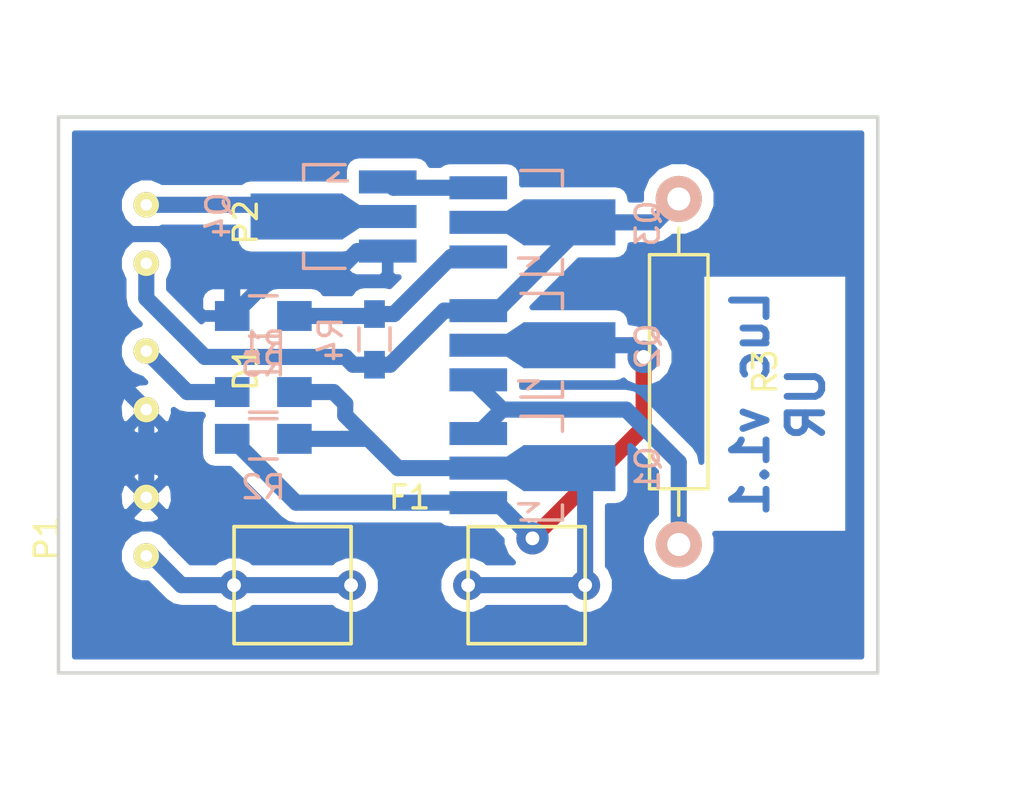
<source format=kicad_pcb>
(kicad_pcb (version 4) (host pcbnew 4.0.2+e4-6225~38~ubuntu15.10.1-stable)

  (general
    (links 30)
    (no_connects 0)
    (area 114.3 39.37 158.750001 73.660001)
    (thickness 1.6)
    (drawings 5)
    (tracks 74)
    (zones 0)
    (modules 13)
    (nets 11)
  )

  (page A4)
  (layers
    (0 F.Cu signal)
    (31 B.Cu signal)
    (32 B.Adhes user)
    (33 F.Adhes user)
    (34 B.Paste user)
    (35 F.Paste user)
    (36 B.SilkS user)
    (37 F.SilkS user)
    (38 B.Mask user)
    (39 F.Mask user)
    (40 Dwgs.User user)
    (41 Cmts.User user)
    (42 Eco1.User user)
    (43 Eco2.User user)
    (44 Edge.Cuts user)
    (45 Margin user)
    (46 B.CrtYd user)
    (47 F.CrtYd user)
    (48 B.Fab user)
    (49 F.Fab user)
  )

  (setup
    (last_trace_width 0.7)
    (user_trace_width 0.2)
    (user_trace_width 0.3)
    (user_trace_width 0.7)
    (trace_clearance 0.2)
    (zone_clearance 0.508)
    (zone_45_only no)
    (trace_min 0.2)
    (segment_width 0.2)
    (edge_width 0.15)
    (via_size 0.6)
    (via_drill 0.4)
    (via_min_size 0.4)
    (via_min_drill 0.3)
    (user_via 1.4 0.6)
    (uvia_size 0.3)
    (uvia_drill 0.1)
    (uvias_allowed no)
    (uvia_min_size 0.2)
    (uvia_min_drill 0.1)
    (pcb_text_width 0.3)
    (pcb_text_size 1.5 1.5)
    (mod_edge_width 0.15)
    (mod_text_size 1 1)
    (mod_text_width 0.15)
    (pad_size 1.524 1.524)
    (pad_drill 0.762)
    (pad_to_mask_clearance 0.2)
    (aux_axis_origin 116.84 68.58)
    (visible_elements FFFFFF1F)
    (pcbplotparams
      (layerselection 0x01000_80000001)
      (usegerberextensions false)
      (excludeedgelayer true)
      (linewidth 0.100000)
      (plotframeref false)
      (viasonmask false)
      (mode 1)
      (useauxorigin true)
      (hpglpennumber 1)
      (hpglpenspeed 20)
      (hpglpendiameter 15)
      (hpglpenoverlay 2)
      (psnegative false)
      (psa4output false)
      (plotreference true)
      (plotvalue true)
      (plotinvisibletext false)
      (padsonsilk false)
      (subtractmaskfromsilk false)
      (outputformat 1)
      (mirror false)
      (drillshape 0)
      (scaleselection 1)
      (outputdirectory Gerber))
  )

  (net 0 "")
  (net 1 GND)
  (net 2 "Net-(D1-Pad2)")
  (net 3 "Net-(F1-Pad2)")
  (net 4 "Net-(F1-Pad1)")
  (net 5 "Net-(P2-Pad1)")
  (net 6 "Net-(P2-Pad2)")
  (net 7 "Net-(Q1-Pad1)")
  (net 8 "Net-(Q1-Pad3)")
  (net 9 "Net-(Q3-Pad1)")
  (net 10 "Net-(Q3-Pad3)")

  (net_class Default "This is the default net class."
    (clearance 0.2)
    (trace_width 0.25)
    (via_dia 0.6)
    (via_drill 0.4)
    (uvia_dia 0.3)
    (uvia_drill 0.1)
    (add_net GND)
    (add_net "Net-(D1-Pad2)")
    (add_net "Net-(F1-Pad1)")
    (add_net "Net-(F1-Pad2)")
    (add_net "Net-(P2-Pad1)")
    (add_net "Net-(P2-Pad2)")
    (add_net "Net-(Q1-Pad1)")
    (add_net "Net-(Q1-Pad3)")
    (add_net "Net-(Q3-Pad1)")
    (add_net "Net-(Q3-Pad3)")
  )

  (module luc_ivo:SOT89-3_Housing_Handsoldering (layer B.Cu) (tedit 0) (tstamp 58408F04)
    (at 137.414 59.69 90)
    (descr "SOT89-3, Housing, Handsoldering,")
    (tags "SOT89-3, Housing, Handsoldering,")
    (path /583FF3A9)
    (attr smd)
    (fp_text reference Q1 (at -0.0508 5.00126 90) (layer B.SilkS)
      (effects (font (size 1 1) (thickness 0.15)) (justify mirror))
    )
    (fp_text value Q_NPN_BCE (at -0.14986 -5.30098 90) (layer B.Fab)
      (effects (font (size 1 1) (thickness 0.15)) (justify mirror))
    )
    (fp_line (start -1.89992 -0.20066) (end -1.651 0.09906) (layer B.SilkS) (width 0.15))
    (fp_line (start -1.651 0.09906) (end -1.5494 0.24892) (layer B.SilkS) (width 0.15))
    (fp_line (start -1.5494 0.24892) (end -1.5494 -0.59944) (layer B.SilkS) (width 0.15))
    (fp_line (start -2.25044 1.30048) (end -2.25044 -0.50038) (layer B.SilkS) (width 0.15))
    (fp_line (start -2.25044 1.30048) (end -1.6002 1.30048) (layer B.SilkS) (width 0.15))
    (fp_line (start 2.25044 1.30048) (end 2.25044 -0.50038) (layer B.SilkS) (width 0.15))
    (fp_line (start 2.25044 1.30048) (end 1.6002 1.30048) (layer B.SilkS) (width 0.15))
    (pad 1 smd rect (at -1.50114 -2.35204 90) (size 1.00076 2.5019) (layers B.Cu B.Paste B.Mask)
      (net 7 "Net-(Q1-Pad1)"))
    (pad 2 smd rect (at 0 -2.35204 90) (size 1.00076 2.5019) (layers B.Cu B.Paste B.Mask)
      (net 3 "Net-(F1-Pad2)"))
    (pad 3 smd rect (at 1.50114 -2.35204 90) (size 1.00076 2.5019) (layers B.Cu B.Paste B.Mask)
      (net 8 "Net-(Q1-Pad3)"))
    (pad 2 smd rect (at 0 1.6002 90) (size 1.99898 4.0005) (layers B.Cu B.Paste B.Mask)
      (net 3 "Net-(F1-Pad2)"))
    (pad 2 smd trapezoid (at 0 -0.7493 270) (size 1.50114 0.7493) (rect_delta 0 -0.50038 ) (layers B.Cu B.Paste B.Mask)
      (net 3 "Net-(F1-Pad2)"))
    (model TO_SOT_Packages_SMD.3dshapes/SOT89-3_Housing_Handsoldering.wrl
      (at (xyz 0 0 0))
      (scale (xyz 0.3937 0.3937 0.3937))
      (rotate (xyz 0 0 0))
    )
  )

  (module luc_ivo:Conector_holes_2.54 (layer F.Cu) (tedit 5840166E) (tstamp 58408EC8)
    (at 120.65 55.88 90)
    (path /583FF267)
    (fp_text reference D1 (at 0.508 4.318 90) (layer F.SilkS)
      (effects (font (size 1 1) (thickness 0.15)))
    )
    (fp_text value Led_Small (at 0.254 2.54 90) (layer F.Fab)
      (effects (font (size 1 1) (thickness 0.15)))
    )
    (pad 1 thru_hole circle (at -1.27 0 90) (size 1.1 1.1) (drill 0.5) (layers *.Cu *.Mask F.SilkS)
      (net 1 GND))
    (pad 2 thru_hole circle (at 1.27 0 90) (size 1.1 1.1) (drill 0.5) (layers *.Cu *.Mask F.SilkS)
      (net 2 "Net-(D1-Pad2)"))
  )

  (module luc_ivo:Fuseholder_Fuse_5x15 (layer F.Cu) (tedit 583FF634) (tstamp 58408EE8)
    (at 132.08 64.77)
    (descr "Fuse, Fuseholder, TR5, Littlefuse/Wickmann, No. 460, No560,")
    (tags "Fuse, Fuseholder, TR5, Littlefuse/Wickmann, No. 460, No560,")
    (path /583FF218)
    (fp_text reference F1 (at 0 -3.81) (layer F.SilkS)
      (effects (font (size 1 1) (thickness 0.15)))
    )
    (fp_text value Fuse (at 0.254 4.318) (layer F.Fab) hide
      (effects (font (size 1 1) (thickness 0.15)))
    )
    (fp_line (start 2.54 2.54) (end 2.54 0) (layer F.SilkS) (width 0.15))
    (fp_line (start 7.62 2.54) (end 2.54 2.54) (layer F.SilkS) (width 0.15))
    (fp_line (start 7.62 0) (end 7.62 2.54) (layer F.SilkS) (width 0.15))
    (fp_line (start 7.62 -2.54) (end 7.62 0) (layer F.SilkS) (width 0.15))
    (fp_line (start 2.54 -2.54) (end 7.62 -2.54) (layer F.SilkS) (width 0.15))
    (fp_line (start 2.54 0) (end 2.54 -2.54) (layer F.SilkS) (width 0.15))
    (fp_line (start 2.54 0) (end 2.54 -2.54) (layer F.SilkS) (width 0.15))
    (fp_line (start 2.54 -2.54) (end 7.62 -2.54) (layer F.SilkS) (width 0.15))
    (fp_line (start 7.62 -2.54) (end 7.62 0) (layer F.SilkS) (width 0.15))
    (fp_line (start 7.62 0) (end 7.62 2.54) (layer F.SilkS) (width 0.15))
    (fp_line (start 7.62 2.54) (end 2.54 2.54) (layer F.SilkS) (width 0.15))
    (fp_line (start 2.54 2.54) (end 2.54 0) (layer F.SilkS) (width 0.15))
    (fp_line (start -7.62 2.54) (end -7.62 0) (layer F.SilkS) (width 0.15))
    (fp_line (start -2.54 2.54) (end -7.62 2.54) (layer F.SilkS) (width 0.15))
    (fp_line (start -2.54 0) (end -2.54 2.54) (layer F.SilkS) (width 0.15))
    (fp_line (start -2.54 -2.54) (end -2.54 0) (layer F.SilkS) (width 0.15))
    (fp_line (start -7.62 -2.54) (end -2.54 -2.54) (layer F.SilkS) (width 0.15))
    (fp_line (start -7.62 0) (end -7.62 -2.54) (layer F.SilkS) (width 0.15))
    (fp_line (start -7.62 0) (end -7.62 -2.54) (layer F.SilkS) (width 0.15))
    (fp_line (start -7.62 -2.54) (end -2.54 -2.54) (layer F.SilkS) (width 0.15))
    (fp_line (start -2.54 -2.54) (end -2.54 0) (layer F.SilkS) (width 0.15))
    (fp_line (start -2.54 0) (end -2.54 2.54) (layer F.SilkS) (width 0.15))
    (fp_line (start -2.54 2.54) (end -7.62 2.54) (layer F.SilkS) (width 0.15))
    (fp_line (start -7.62 2.54) (end -7.62 0) (layer F.SilkS) (width 0.15))
    (pad 2 thru_hole circle (at 7.62 0) (size 1.3 1.3) (drill 0.6) (layers *.Cu *.Mask)
      (net 3 "Net-(F1-Pad2)"))
    (pad 2 thru_hole circle (at 2.54 0) (size 1.3 1.3) (drill 0.6) (layers *.Cu *.Mask)
      (net 3 "Net-(F1-Pad2)"))
    (pad 1 thru_hole circle (at -7.62 0) (size 1.3 1.3) (drill 0.6) (layers *.Cu *.Mask)
      (net 4 "Net-(F1-Pad1)"))
    (pad 1 thru_hole circle (at -2.54 0) (size 1.3 1.3) (drill 0.6) (layers *.Cu *.Mask)
      (net 4 "Net-(F1-Pad1)"))
  )

  (module luc_ivo:Conector_holes_2.54 (layer F.Cu) (tedit 5840166E) (tstamp 58408EEE)
    (at 120.65 62.23 270)
    (path /583FF18B)
    (fp_text reference P1 (at 0.508 4.318 270) (layer F.SilkS)
      (effects (font (size 1 1) (thickness 0.15)))
    )
    (fp_text value CONN_01X02 (at 0.254 2.54 270) (layer F.Fab)
      (effects (font (size 1 1) (thickness 0.15)))
    )
    (pad 1 thru_hole circle (at -1.27 0 270) (size 1.1 1.1) (drill 0.5) (layers *.Cu *.Mask F.SilkS)
      (net 1 GND))
    (pad 2 thru_hole circle (at 1.27 0 270) (size 1.1 1.1) (drill 0.5) (layers *.Cu *.Mask F.SilkS)
      (net 4 "Net-(F1-Pad1)"))
  )

  (module luc_ivo:Conector_holes_2.54 (layer F.Cu) (tedit 5840166E) (tstamp 58408EF4)
    (at 120.65 49.53 90)
    (path /583FF772)
    (fp_text reference P2 (at 0.508 4.318 90) (layer F.SilkS)
      (effects (font (size 1 1) (thickness 0.15)))
    )
    (fp_text value CONN_01X02 (at 0.254 2.54 90) (layer F.Fab)
      (effects (font (size 1 1) (thickness 0.15)))
    )
    (pad 1 thru_hole circle (at -1.27 0 90) (size 1.1 1.1) (drill 0.5) (layers *.Cu *.Mask F.SilkS)
      (net 5 "Net-(P2-Pad1)"))
    (pad 2 thru_hole circle (at 1.27 0 90) (size 1.1 1.1) (drill 0.5) (layers *.Cu *.Mask F.SilkS)
      (net 6 "Net-(P2-Pad2)"))
  )

  (module luc_ivo:SOT89-3_Housing_Handsoldering (layer B.Cu) (tedit 0) (tstamp 58408F14)
    (at 137.414 54.356 90)
    (descr "SOT89-3, Housing, Handsoldering,")
    (tags "SOT89-3, Housing, Handsoldering,")
    (path /583FF41A)
    (attr smd)
    (fp_text reference Q2 (at -0.0508 5.00126 90) (layer B.SilkS)
      (effects (font (size 1 1) (thickness 0.15)) (justify mirror))
    )
    (fp_text value Q_NPN_BCE (at -0.14986 -5.30098 90) (layer B.Fab)
      (effects (font (size 1 1) (thickness 0.15)) (justify mirror))
    )
    (fp_line (start -1.89992 -0.20066) (end -1.651 0.09906) (layer B.SilkS) (width 0.15))
    (fp_line (start -1.651 0.09906) (end -1.5494 0.24892) (layer B.SilkS) (width 0.15))
    (fp_line (start -1.5494 0.24892) (end -1.5494 -0.59944) (layer B.SilkS) (width 0.15))
    (fp_line (start -2.25044 1.30048) (end -2.25044 -0.50038) (layer B.SilkS) (width 0.15))
    (fp_line (start -2.25044 1.30048) (end -1.6002 1.30048) (layer B.SilkS) (width 0.15))
    (fp_line (start 2.25044 1.30048) (end 2.25044 -0.50038) (layer B.SilkS) (width 0.15))
    (fp_line (start 2.25044 1.30048) (end 1.6002 1.30048) (layer B.SilkS) (width 0.15))
    (pad 1 smd rect (at -1.50114 -2.35204 90) (size 1.00076 2.5019) (layers B.Cu B.Paste B.Mask)
      (net 8 "Net-(Q1-Pad3)"))
    (pad 2 smd rect (at 0 -2.35204 90) (size 1.00076 2.5019) (layers B.Cu B.Paste B.Mask)
      (net 7 "Net-(Q1-Pad1)"))
    (pad 3 smd rect (at 1.50114 -2.35204 90) (size 1.00076 2.5019) (layers B.Cu B.Paste B.Mask)
      (net 5 "Net-(P2-Pad1)"))
    (pad 2 smd rect (at 0 1.6002 90) (size 1.99898 4.0005) (layers B.Cu B.Paste B.Mask)
      (net 7 "Net-(Q1-Pad1)"))
    (pad 2 smd trapezoid (at 0 -0.7493 270) (size 1.50114 0.7493) (rect_delta 0 -0.50038 ) (layers B.Cu B.Paste B.Mask)
      (net 7 "Net-(Q1-Pad1)"))
    (model TO_SOT_Packages_SMD.3dshapes/SOT89-3_Housing_Handsoldering.wrl
      (at (xyz 0 0 0))
      (scale (xyz 0.3937 0.3937 0.3937))
      (rotate (xyz 0 0 0))
    )
  )

  (module luc_ivo:SOT89-3_Housing_Handsoldering (layer B.Cu) (tedit 0) (tstamp 58408F24)
    (at 137.414 49.022 90)
    (descr "SOT89-3, Housing, Handsoldering,")
    (tags "SOT89-3, Housing, Handsoldering,")
    (path /583FF687)
    (attr smd)
    (fp_text reference Q3 (at -0.0508 5.00126 90) (layer B.SilkS)
      (effects (font (size 1 1) (thickness 0.15)) (justify mirror))
    )
    (fp_text value Q_NPN_BCE (at -0.14986 -5.30098 90) (layer B.Fab)
      (effects (font (size 1 1) (thickness 0.15)) (justify mirror))
    )
    (fp_line (start -1.89992 -0.20066) (end -1.651 0.09906) (layer B.SilkS) (width 0.15))
    (fp_line (start -1.651 0.09906) (end -1.5494 0.24892) (layer B.SilkS) (width 0.15))
    (fp_line (start -1.5494 0.24892) (end -1.5494 -0.59944) (layer B.SilkS) (width 0.15))
    (fp_line (start -2.25044 1.30048) (end -2.25044 -0.50038) (layer B.SilkS) (width 0.15))
    (fp_line (start -2.25044 1.30048) (end -1.6002 1.30048) (layer B.SilkS) (width 0.15))
    (fp_line (start 2.25044 1.30048) (end 2.25044 -0.50038) (layer B.SilkS) (width 0.15))
    (fp_line (start 2.25044 1.30048) (end 1.6002 1.30048) (layer B.SilkS) (width 0.15))
    (pad 1 smd rect (at -1.50114 -2.35204 90) (size 1.00076 2.5019) (layers B.Cu B.Paste B.Mask)
      (net 9 "Net-(Q3-Pad1)"))
    (pad 2 smd rect (at 0 -2.35204 90) (size 1.00076 2.5019) (layers B.Cu B.Paste B.Mask)
      (net 5 "Net-(P2-Pad1)"))
    (pad 3 smd rect (at 1.50114 -2.35204 90) (size 1.00076 2.5019) (layers B.Cu B.Paste B.Mask)
      (net 10 "Net-(Q3-Pad3)"))
    (pad 2 smd rect (at 0 1.6002 90) (size 1.99898 4.0005) (layers B.Cu B.Paste B.Mask)
      (net 5 "Net-(P2-Pad1)"))
    (pad 2 smd trapezoid (at 0 -0.7493 270) (size 1.50114 0.7493) (rect_delta 0 -0.50038 ) (layers B.Cu B.Paste B.Mask)
      (net 5 "Net-(P2-Pad1)"))
    (model TO_SOT_Packages_SMD.3dshapes/SOT89-3_Housing_Handsoldering.wrl
      (at (xyz 0 0 0))
      (scale (xyz 0.3937 0.3937 0.3937))
      (rotate (xyz 0 0 0))
    )
  )

  (module luc_ivo:SOT89-3_Housing_Handsoldering (layer B.Cu) (tedit 0) (tstamp 58408F34)
    (at 128.778 48.768 270)
    (descr "SOT89-3, Housing, Handsoldering,")
    (tags "SOT89-3, Housing, Handsoldering,")
    (path /583FF710)
    (attr smd)
    (fp_text reference Q4 (at -0.0508 5.00126 270) (layer B.SilkS)
      (effects (font (size 1 1) (thickness 0.15)) (justify mirror))
    )
    (fp_text value Q_NPN_BCE (at -0.14986 -5.30098 270) (layer B.Fab)
      (effects (font (size 1 1) (thickness 0.15)) (justify mirror))
    )
    (fp_line (start -1.89992 -0.20066) (end -1.651 0.09906) (layer B.SilkS) (width 0.15))
    (fp_line (start -1.651 0.09906) (end -1.5494 0.24892) (layer B.SilkS) (width 0.15))
    (fp_line (start -1.5494 0.24892) (end -1.5494 -0.59944) (layer B.SilkS) (width 0.15))
    (fp_line (start -2.25044 1.30048) (end -2.25044 -0.50038) (layer B.SilkS) (width 0.15))
    (fp_line (start -2.25044 1.30048) (end -1.6002 1.30048) (layer B.SilkS) (width 0.15))
    (fp_line (start 2.25044 1.30048) (end 2.25044 -0.50038) (layer B.SilkS) (width 0.15))
    (fp_line (start 2.25044 1.30048) (end 1.6002 1.30048) (layer B.SilkS) (width 0.15))
    (pad 1 smd rect (at -1.50114 -2.35204 270) (size 1.00076 2.5019) (layers B.Cu B.Paste B.Mask)
      (net 10 "Net-(Q3-Pad3)"))
    (pad 2 smd rect (at 0 -2.35204 270) (size 1.00076 2.5019) (layers B.Cu B.Paste B.Mask)
      (net 6 "Net-(P2-Pad2)"))
    (pad 3 smd rect (at 1.50114 -2.35204 270) (size 1.00076 2.5019) (layers B.Cu B.Paste B.Mask)
      (net 1 GND))
    (pad 2 smd rect (at 0 1.6002 270) (size 1.99898 4.0005) (layers B.Cu B.Paste B.Mask)
      (net 6 "Net-(P2-Pad2)"))
    (pad 2 smd trapezoid (at 0 -0.7493 90) (size 1.50114 0.7493) (rect_delta 0 -0.50038 ) (layers B.Cu B.Paste B.Mask)
      (net 6 "Net-(P2-Pad2)"))
    (model TO_SOT_Packages_SMD.3dshapes/SOT89-3_Housing_Handsoldering.wrl
      (at (xyz 0 0 0))
      (scale (xyz 0.3937 0.3937 0.3937))
      (rotate (xyz 0 0 0))
    )
  )

  (module luc_ivo:R_0805_HandSoldering (layer B.Cu) (tedit 54189DEE) (tstamp 58408F40)
    (at 125.73 56.388 180)
    (descr "Resistor SMD 0805, hand soldering")
    (tags "resistor 0805")
    (path /583FF306)
    (attr smd)
    (fp_text reference R1 (at 0 2.1 180) (layer B.SilkS)
      (effects (font (size 1 1) (thickness 0.15)) (justify mirror))
    )
    (fp_text value 900 (at 0 -2.1 180) (layer B.Fab)
      (effects (font (size 1 1) (thickness 0.15)) (justify mirror))
    )
    (fp_line (start -2.4 1) (end 2.4 1) (layer B.CrtYd) (width 0.05))
    (fp_line (start -2.4 -1) (end 2.4 -1) (layer B.CrtYd) (width 0.05))
    (fp_line (start -2.4 1) (end -2.4 -1) (layer B.CrtYd) (width 0.05))
    (fp_line (start 2.4 1) (end 2.4 -1) (layer B.CrtYd) (width 0.05))
    (fp_line (start 0.6 -0.875) (end -0.6 -0.875) (layer B.SilkS) (width 0.15))
    (fp_line (start -0.6 0.875) (end 0.6 0.875) (layer B.SilkS) (width 0.15))
    (pad 1 smd rect (at -1.35 0 180) (size 1.5 1.3) (layers B.Cu B.Paste B.Mask)
      (net 3 "Net-(F1-Pad2)"))
    (pad 2 smd rect (at 1.35 0 180) (size 1.5 1.3) (layers B.Cu B.Paste B.Mask)
      (net 2 "Net-(D1-Pad2)"))
    (model Resistors_SMD.3dshapes/R_0805_HandSoldering.wrl
      (at (xyz 0 0 0))
      (scale (xyz 1 1 1))
      (rotate (xyz 0 0 0))
    )
  )

  (module luc_ivo:R_0603_HandSoldering (layer B.Cu) (tedit 58307AEF) (tstamp 58408F50)
    (at 130.556 54.102 270)
    (descr "Resistor SMD 0603, hand soldering")
    (tags "resistor 0603")
    (path /583FF365)
    (attr smd)
    (fp_text reference R4 (at 0 1.9 270) (layer B.SilkS)
      (effects (font (size 1 1) (thickness 0.15)) (justify mirror))
    )
    (fp_text value 50 (at 0 -1.9 270) (layer B.Fab)
      (effects (font (size 1 1) (thickness 0.15)) (justify mirror))
    )
    (fp_line (start -0.8 -0.4) (end -0.8 0.4) (layer B.Fab) (width 0.1))
    (fp_line (start 0.8 -0.4) (end -0.8 -0.4) (layer B.Fab) (width 0.1))
    (fp_line (start 0.8 0.4) (end 0.8 -0.4) (layer B.Fab) (width 0.1))
    (fp_line (start -0.8 0.4) (end 0.8 0.4) (layer B.Fab) (width 0.1))
    (fp_line (start -2 0.8) (end 2 0.8) (layer B.CrtYd) (width 0.05))
    (fp_line (start -2 -0.8) (end 2 -0.8) (layer B.CrtYd) (width 0.05))
    (fp_line (start -2 0.8) (end -2 -0.8) (layer B.CrtYd) (width 0.05))
    (fp_line (start 2 0.8) (end 2 -0.8) (layer B.CrtYd) (width 0.05))
    (fp_line (start 0.5 -0.675) (end -0.5 -0.675) (layer B.SilkS) (width 0.15))
    (fp_line (start -0.5 0.675) (end 0.5 0.675) (layer B.SilkS) (width 0.15))
    (pad 1 smd rect (at -1.1 0 270) (size 1.2 0.9) (layers B.Cu B.Paste B.Mask)
      (net 9 "Net-(Q3-Pad1)"))
    (pad 2 smd rect (at 1.1 0 270) (size 1.2 0.9) (layers B.Cu B.Paste B.Mask)
      (net 5 "Net-(P2-Pad1)"))
    (model Resistors_SMD.3dshapes/R_0603_HandSoldering.wrl
      (at (xyz 0 0 0))
      (scale (xyz 1 1 1))
      (rotate (xyz 0 0 0))
    )
  )

  (module luc_ivo:R_0805_HandSoldering (layer B.Cu) (tedit 54189DEE) (tstamp 58408F5C)
    (at 125.73 53.086)
    (descr "Resistor SMD 0805, hand soldering")
    (tags "resistor 0805")
    (path /583FF61D)
    (attr smd)
    (fp_text reference R5 (at 0 2.1) (layer B.SilkS)
      (effects (font (size 1 1) (thickness 0.15)) (justify mirror))
    )
    (fp_text value 550 (at 0 -2.1) (layer B.Fab)
      (effects (font (size 1 1) (thickness 0.15)) (justify mirror))
    )
    (fp_line (start -2.4 1) (end 2.4 1) (layer B.CrtYd) (width 0.05))
    (fp_line (start -2.4 -1) (end 2.4 -1) (layer B.CrtYd) (width 0.05))
    (fp_line (start -2.4 1) (end -2.4 -1) (layer B.CrtYd) (width 0.05))
    (fp_line (start 2.4 1) (end 2.4 -1) (layer B.CrtYd) (width 0.05))
    (fp_line (start 0.6 -0.875) (end -0.6 -0.875) (layer B.SilkS) (width 0.15))
    (fp_line (start -0.6 0.875) (end 0.6 0.875) (layer B.SilkS) (width 0.15))
    (pad 1 smd rect (at -1.35 0) (size 1.5 1.3) (layers B.Cu B.Paste B.Mask)
      (net 1 GND))
    (pad 2 smd rect (at 1.35 0) (size 1.5 1.3) (layers B.Cu B.Paste B.Mask)
      (net 9 "Net-(Q3-Pad1)"))
    (model Resistors_SMD.3dshapes/R_0805_HandSoldering.wrl
      (at (xyz 0 0 0))
      (scale (xyz 1 1 1))
      (rotate (xyz 0 0 0))
    )
  )

  (module luc_ivo:R_0805_HandSoldering (layer B.Cu) (tedit 54189DEE) (tstamp 584097A5)
    (at 125.73 58.42)
    (descr "Resistor SMD 0805, hand soldering")
    (tags "resistor 0805")
    (path /583FF4D6)
    (attr smd)
    (fp_text reference R2 (at 0 2.1) (layer B.SilkS)
      (effects (font (size 1 1) (thickness 0.15)) (justify mirror))
    )
    (fp_text value 330 (at 0 -2.1) (layer B.Fab)
      (effects (font (size 1 1) (thickness 0.15)) (justify mirror))
    )
    (fp_line (start -2.4 1) (end 2.4 1) (layer B.CrtYd) (width 0.05))
    (fp_line (start -2.4 -1) (end 2.4 -1) (layer B.CrtYd) (width 0.05))
    (fp_line (start -2.4 1) (end -2.4 -1) (layer B.CrtYd) (width 0.05))
    (fp_line (start 2.4 1) (end 2.4 -1) (layer B.CrtYd) (width 0.05))
    (fp_line (start 0.6 -0.875) (end -0.6 -0.875) (layer B.SilkS) (width 0.15))
    (fp_line (start -0.6 0.875) (end 0.6 0.875) (layer B.SilkS) (width 0.15))
    (pad 1 smd rect (at -1.35 0) (size 1.5 1.3) (layers B.Cu B.Paste B.Mask)
      (net 7 "Net-(Q1-Pad1)"))
    (pad 2 smd rect (at 1.35 0) (size 1.5 1.3) (layers B.Cu B.Paste B.Mask)
      (net 3 "Net-(F1-Pad2)"))
    (model Resistors_SMD.3dshapes/R_0805_HandSoldering.wrl
      (at (xyz 0 0 0))
      (scale (xyz 1 1 1))
      (rotate (xyz 0 0 0))
    )
  )

  (module luc_ivo:Resistor_Horizontal_RM15mm (layer F.Cu) (tedit 569FCEE8) (tstamp 584097B5)
    (at 143.764 48.006 270)
    (descr "Resistor, Axial, RM 15mm,")
    (tags "Resistor Axial RM 15mm")
    (path /583FF480)
    (fp_text reference R3 (at 7.5 -3.74904 270) (layer F.SilkS)
      (effects (font (size 1 1) (thickness 0.15)))
    )
    (fp_text value "2.24 1W" (at 7.5 4.0005 270) (layer F.Fab)
      (effects (font (size 1 1) (thickness 0.15)))
    )
    (fp_line (start -1.25 1.5) (end -1.25 -1.5) (layer F.CrtYd) (width 0.05))
    (fp_line (start -1.25 -1.5) (end 16.25 -1.5) (layer F.CrtYd) (width 0.05))
    (fp_line (start 16.25 -1.5) (end 16.25 1.5) (layer F.CrtYd) (width 0.05))
    (fp_line (start 16.25 1.5) (end -1.25 1.5) (layer F.CrtYd) (width 0.05))
    (fp_line (start 2.42 -1.27) (end 2.42 1.27) (layer F.SilkS) (width 0.15))
    (fp_line (start 2.42 1.27) (end 12.58 1.27) (layer F.SilkS) (width 0.15))
    (fp_line (start 12.58 1.27) (end 12.58 -1.27) (layer F.SilkS) (width 0.15))
    (fp_line (start 12.58 -1.27) (end 2.42 -1.27) (layer F.SilkS) (width 0.15))
    (fp_line (start 13.73 0) (end 12.58 0) (layer F.SilkS) (width 0.15))
    (fp_line (start 1.27 0) (end 2.42 0) (layer F.SilkS) (width 0.15))
    (pad 1 thru_hole circle (at 0 0 270) (size 1.99898 1.99898) (drill 1.00076) (layers *.Cu *.SilkS *.Mask)
      (net 5 "Net-(P2-Pad1)"))
    (pad 2 thru_hole circle (at 15 0 270) (size 1.99898 1.99898) (drill 1.00076) (layers *.Cu *.SilkS *.Mask)
      (net 8 "Net-(Q1-Pad3)"))
    (model Resistors_ThroughHole.3dshapes/Resistor_Horizontal_RM15mm.wrl
      (at (xyz 0.295 0 0))
      (scale (xyz 0.395 0.4 0.4))
      (rotate (xyz 0 0 0))
    )
  )

  (gr_line (start 152.4 44.45) (end 116.84 44.45) (angle 90) (layer Edge.Cuts) (width 0.15))
  (gr_line (start 152.4 68.58) (end 152.4 44.45) (angle 90) (layer Edge.Cuts) (width 0.15))
  (gr_line (start 116.84 68.58) (end 152.4 68.58) (angle 90) (layer Edge.Cuts) (width 0.15))
  (gr_text "Luc v1.1\nUR" (at 148.082 56.896 90) (layer B.Cu)
    (effects (font (size 1.5 1.5) (thickness 0.3)) (justify mirror))
  )
  (gr_line (start 116.84 44.45) (end 116.84 68.58) (angle 90) (layer Edge.Cuts) (width 0.15))

  (segment (start 120.65 57.15) (end 120.65 60.96) (width 0.7) (layer B.Cu) (net 1))
  (segment (start 124.38 53.086) (end 124.38 51.482) (width 0.7) (layer B.Cu) (net 1))
  (segment (start 118.872 55.372) (end 120.65 57.15) (width 0.7) (layer B.Cu) (net 1) (tstamp 58409C8F))
  (segment (start 118.872 50.546) (end 118.872 55.372) (width 0.7) (layer B.Cu) (net 1) (tstamp 58409C8E))
  (segment (start 119.888 49.53) (end 118.872 50.546) (width 0.7) (layer B.Cu) (net 1) (tstamp 58409C8D))
  (segment (start 122.428 49.53) (end 119.888 49.53) (width 0.7) (layer B.Cu) (net 1) (tstamp 58409C8C))
  (segment (start 124.38 51.482) (end 122.428 49.53) (width 0.7) (layer B.Cu) (net 1) (tstamp 58409C8B))
  (segment (start 131.13004 50.26914) (end 129.81686 50.26914) (width 0.7) (layer B.Cu) (net 1))
  (segment (start 126.412 51.054) (end 124.38 53.086) (width 0.7) (layer B.Cu) (net 1) (tstamp 58409C88))
  (segment (start 129.032 51.054) (end 126.412 51.054) (width 0.7) (layer B.Cu) (net 1) (tstamp 58409C87))
  (segment (start 129.81686 50.26914) (end 129.032 51.054) (width 0.7) (layer B.Cu) (net 1) (tstamp 58409C86))
  (segment (start 124.38 56.388) (end 122.428 56.388) (width 0.7) (layer B.Cu) (net 2))
  (segment (start 122.428 56.388) (end 120.65 54.61) (width 0.7) (layer B.Cu) (net 2) (tstamp 58409C92))
  (segment (start 135.06196 59.69) (end 136.6647 59.69) (width 0.7) (layer B.Cu) (net 3))
  (segment (start 135.06196 59.69) (end 139.0142 59.69) (width 0.7) (layer B.Cu) (net 3))
  (segment (start 139.7 64.77) (end 139.7 60.3758) (width 0.7) (layer B.Cu) (net 3))
  (segment (start 135.06196 59.69) (end 131.572 59.69) (width 0.7) (layer B.Cu) (net 3))
  (segment (start 131.572 59.69) (end 131.064 59.182) (width 0.7) (layer B.Cu) (net 3) (tstamp 58409BD6))
  (segment (start 139.7 60.3758) (end 139.0142 59.69) (width 0.7) (layer B.Cu) (net 3) (tstamp 58409BCF))
  (segment (start 127.08 58.42) (end 130.302 58.42) (width 0.7) (layer B.Cu) (net 3))
  (segment (start 130.302 58.42) (end 131.064 59.182) (width 0.7) (layer B.Cu) (net 3) (tstamp 58409BDF))
  (segment (start 128.778 56.388) (end 127.08 56.388) (width 0.7) (layer B.Cu) (net 3) (tstamp 58409BD9))
  (segment (start 129.286 56.896) (end 128.778 56.388) (width 0.7) (layer B.Cu) (net 3) (tstamp 58409BD8))
  (segment (start 129.286 57.404) (end 129.286 56.896) (width 0.7) (layer B.Cu) (net 3) (tstamp 58409BD7))
  (segment (start 131.064 59.182) (end 129.286 57.404) (width 0.7) (layer B.Cu) (net 3) (tstamp 58409BE2))
  (segment (start 139.7 64.77) (end 134.62 64.77) (width 0.7) (layer B.Cu) (net 3))
  (segment (start 124.46 64.77) (end 129.54 64.77) (width 0.7) (layer B.Cu) (net 4))
  (segment (start 120.65 63.5) (end 120.904 63.5) (width 0.7) (layer B.Cu) (net 4))
  (segment (start 120.904 63.5) (end 122.174 64.77) (width 0.7) (layer B.Cu) (net 4) (tstamp 58409BC7))
  (segment (start 122.174 64.77) (end 124.46 64.77) (width 0.7) (layer B.Cu) (net 4) (tstamp 58409BC8))
  (segment (start 139.0142 49.022) (end 136.6647 49.022) (width 0.7) (layer B.Cu) (net 5))
  (segment (start 130.556 55.202) (end 129.624 55.202) (width 0.7) (layer B.Cu) (net 5))
  (segment (start 120.65 52.324) (end 120.65 50.8) (width 0.7) (layer B.Cu) (net 5) (tstamp 58409C80))
  (segment (start 123.19 54.864) (end 120.65 52.324) (width 0.7) (layer B.Cu) (net 5) (tstamp 58409C7F))
  (segment (start 129.286 54.864) (end 123.19 54.864) (width 0.7) (layer B.Cu) (net 5) (tstamp 58409C7E))
  (segment (start 129.624 55.202) (end 129.286 54.864) (width 0.7) (layer B.Cu) (net 5) (tstamp 58409C7D))
  (segment (start 135.06196 49.022) (end 139.0142 49.022) (width 0.7) (layer B.Cu) (net 5))
  (segment (start 139.0142 49.022) (end 142.748 49.022) (width 0.7) (layer B.Cu) (net 5))
  (segment (start 142.748 49.022) (end 143.764 48.006) (width 0.7) (layer B.Cu) (net 5) (tstamp 58409C69))
  (segment (start 135.06196 52.85486) (end 135.86714 52.85486) (width 0.7) (layer B.Cu) (net 5))
  (segment (start 135.86714 52.85486) (end 139.0142 49.7078) (width 0.7) (layer B.Cu) (net 5) (tstamp 58409C65))
  (segment (start 139.0142 49.7078) (end 139.0142 49.022) (width 0.7) (layer B.Cu) (net 5) (tstamp 58409C66))
  (segment (start 130.556 55.202) (end 131.234 55.202) (width 0.7) (layer B.Cu) (net 5))
  (segment (start 133.58114 52.85486) (end 135.06196 52.85486) (width 0.7) (layer B.Cu) (net 5) (tstamp 58409C62))
  (segment (start 131.234 55.202) (end 133.58114 52.85486) (width 0.7) (layer B.Cu) (net 5) (tstamp 58409C61))
  (segment (start 129.5273 48.768) (end 127.1778 48.768) (width 0.7) (layer B.Cu) (net 6))
  (segment (start 127.1778 48.768) (end 131.13004 48.768) (width 0.7) (layer B.Cu) (net 6))
  (segment (start 120.65 48.26) (end 126.6698 48.26) (width 0.7) (layer B.Cu) (net 6))
  (segment (start 126.6698 48.26) (end 127.1778 48.768) (width 0.7) (layer B.Cu) (net 6) (tstamp 58409C71))
  (segment (start 139.0142 54.356) (end 136.6647 54.356) (width 0.7) (layer B.Cu) (net 7))
  (segment (start 139.0142 54.356) (end 135.06196 54.356) (width 0.7) (layer B.Cu) (net 7))
  (segment (start 135.06196 61.19114) (end 135.86714 61.19114) (width 0.7) (layer B.Cu) (net 7))
  (segment (start 135.86714 61.19114) (end 137.414 62.738) (width 0.7) (layer B.Cu) (net 7) (tstamp 58409C57))
  (segment (start 141.732 54.356) (end 139.0142 54.356) (width 0.7) (layer B.Cu) (net 7) (tstamp 58409C5E))
  (segment (start 142.24 54.864) (end 141.732 54.356) (width 0.7) (layer B.Cu) (net 7) (tstamp 58409C5D))
  (via (at 142.24 54.864) (size 1.4) (drill 0.6) (layers F.Cu B.Cu) (net 7))
  (segment (start 142.24 57.912) (end 142.24 54.864) (width 0.7) (layer F.Cu) (net 7) (tstamp 58409C5A))
  (segment (start 137.414 62.738) (end 142.24 57.912) (width 0.7) (layer F.Cu) (net 7) (tstamp 58409C59))
  (via (at 137.414 62.738) (size 1.4) (drill 0.6) (layers F.Cu B.Cu) (net 7))
  (segment (start 135.06196 61.19114) (end 127.15114 61.19114) (width 0.7) (layer B.Cu) (net 7))
  (segment (start 127.15114 61.19114) (end 124.38 58.42) (width 0.7) (layer B.Cu) (net 7) (tstamp 58409BDC))
  (segment (start 135.06196 55.85714) (end 135.06196 56.11114) (width 0.7) (layer B.Cu) (net 8))
  (segment (start 135.06196 56.11114) (end 136.10082 57.15) (width 0.7) (layer B.Cu) (net 8) (tstamp 58409C50))
  (segment (start 143.764 63.006) (end 143.764 59.436) (width 0.7) (layer B.Cu) (net 8))
  (segment (start 136.10082 57.15) (end 135.06196 58.18886) (width 0.7) (layer B.Cu) (net 8) (tstamp 58409C4D))
  (segment (start 141.478 57.15) (end 136.10082 57.15) (width 0.7) (layer B.Cu) (net 8) (tstamp 58409C4C))
  (segment (start 143.764 59.436) (end 141.478 57.15) (width 0.7) (layer B.Cu) (net 8) (tstamp 58409C4B))
  (segment (start 127.08 53.086) (end 130.472 53.086) (width 0.7) (layer B.Cu) (net 9))
  (segment (start 130.472 53.086) (end 130.556 53.002) (width 0.7) (layer B.Cu) (net 9) (tstamp 58409C83))
  (segment (start 130.556 53.002) (end 131.402 53.002) (width 0.7) (layer B.Cu) (net 9))
  (segment (start 131.402 53.002) (end 133.88086 50.52314) (width 0.7) (layer B.Cu) (net 9) (tstamp 58409C78))
  (segment (start 133.88086 50.52314) (end 135.06196 50.52314) (width 0.7) (layer B.Cu) (net 9) (tstamp 58409C79))
  (segment (start 135.06196 47.52086) (end 131.38404 47.52086) (width 0.7) (layer B.Cu) (net 10))
  (segment (start 131.38404 47.52086) (end 131.13004 47.26686) (width 0.7) (layer B.Cu) (net 10) (tstamp 58409C6D))

  (zone (net 1) (net_name GND) (layer B.Cu) (tstamp 58409CE5) (hatch edge 0.508)
    (connect_pads (clearance 0.508))
    (min_thickness 0.254)
    (fill yes (arc_segments 16) (thermal_gap 0.508) (thermal_bridge_width 0.508))
    (polygon
      (pts
        (xy 114.3 41.91) (xy 114.3 73.66) (xy 158.75 72.39) (xy 157.48 39.37) (xy 114.3 41.91)
      )
    )
    (filled_polygon
      (pts
        (xy 151.69 67.87) (xy 117.55 67.87) (xy 117.55 63.734677) (xy 119.464794 63.734677) (xy 119.64482 64.170372)
        (xy 119.977875 64.504009) (xy 120.413255 64.684794) (xy 120.696041 64.685041) (xy 121.4775 65.4665) (xy 121.797057 65.680021)
        (xy 122.174 65.755) (xy 123.627601 65.755) (xy 123.731155 65.858735) (xy 124.203276 66.054777) (xy 124.714481 66.055223)
        (xy 125.186943 65.860005) (xy 125.292132 65.755) (xy 128.707601 65.755) (xy 128.811155 65.858735) (xy 129.283276 66.054777)
        (xy 129.794481 66.055223) (xy 130.266943 65.860005) (xy 130.628735 65.498845) (xy 130.824777 65.026724) (xy 130.825223 64.515519)
        (xy 130.630005 64.043057) (xy 130.268845 63.681265) (xy 129.796724 63.485223) (xy 129.285519 63.484777) (xy 128.813057 63.679995)
        (xy 128.707868 63.785) (xy 125.292399 63.785) (xy 125.188845 63.681265) (xy 124.716724 63.485223) (xy 124.205519 63.484777)
        (xy 123.733057 63.679995) (xy 123.627868 63.785) (xy 122.582 63.785) (xy 121.675285 62.878285) (xy 121.65518 62.829628)
        (xy 121.322125 62.495991) (xy 120.886745 62.315206) (xy 120.415323 62.314794) (xy 119.979628 62.49482) (xy 119.645991 62.827875)
        (xy 119.465206 63.263255) (xy 119.464794 63.734677) (xy 117.55 63.734677) (xy 117.55 61.786433) (xy 120.003172 61.786433)
        (xy 120.046508 62.006701) (xy 120.493001 62.157972) (xy 120.963396 62.126863) (xy 121.253492 62.006701) (xy 121.296828 61.786433)
        (xy 120.65 61.139605) (xy 120.003172 61.786433) (xy 117.55 61.786433) (xy 117.55 60.803001) (xy 119.452028 60.803001)
        (xy 119.483137 61.273396) (xy 119.603299 61.563492) (xy 119.823567 61.606828) (xy 120.470395 60.96) (xy 120.829605 60.96)
        (xy 121.476433 61.606828) (xy 121.696701 61.563492) (xy 121.847972 61.116999) (xy 121.816863 60.646604) (xy 121.696701 60.356508)
        (xy 121.476433 60.313172) (xy 120.829605 60.96) (xy 120.470395 60.96) (xy 119.823567 60.313172) (xy 119.603299 60.356508)
        (xy 119.452028 60.803001) (xy 117.55 60.803001) (xy 117.55 60.133567) (xy 120.003172 60.133567) (xy 120.65 60.780395)
        (xy 121.296828 60.133567) (xy 121.253492 59.913299) (xy 120.806999 59.762028) (xy 120.336604 59.793137) (xy 120.046508 59.913299)
        (xy 120.003172 60.133567) (xy 117.55 60.133567) (xy 117.55 57.976433) (xy 120.003172 57.976433) (xy 120.046508 58.196701)
        (xy 120.493001 58.347972) (xy 120.963396 58.316863) (xy 121.253492 58.196701) (xy 121.296828 57.976433) (xy 120.65 57.329605)
        (xy 120.003172 57.976433) (xy 117.55 57.976433) (xy 117.55 56.993001) (xy 119.452028 56.993001) (xy 119.483137 57.463396)
        (xy 119.603299 57.753492) (xy 119.823567 57.796828) (xy 120.470395 57.15) (xy 119.823567 56.503172) (xy 119.603299 56.546508)
        (xy 119.452028 56.993001) (xy 117.55 56.993001) (xy 117.55 48.494677) (xy 119.464794 48.494677) (xy 119.64482 48.930372)
        (xy 119.977875 49.264009) (xy 120.413255 49.444794) (xy 120.884677 49.445206) (xy 121.320372 49.26518) (xy 121.340587 49.245)
        (xy 124.53011 49.245) (xy 124.53011 49.76749) (xy 124.574388 50.002807) (xy 124.71346 50.218931) (xy 124.92566 50.363921)
        (xy 125.17755 50.41493) (xy 129.17805 50.41493) (xy 129.234919 50.404229) (xy 129.274402 50.404649) (xy 129.295157 50.396142)
        (xy 129.402838 50.396142) (xy 129.24409 50.55489) (xy 129.24409 50.895829) (xy 129.340763 51.129218) (xy 129.519391 51.307847)
        (xy 129.75278 51.40452) (xy 130.84429 51.40452) (xy 131.00304 51.24577) (xy 131.00304 50.39614) (xy 130.98304 50.39614)
        (xy 130.98304 50.14214) (xy 131.00304 50.14214) (xy 131.00304 50.12214) (xy 131.25704 50.12214) (xy 131.25704 50.14214)
        (xy 131.27704 50.14214) (xy 131.27704 50.39614) (xy 131.25704 50.39614) (xy 131.25704 51.24577) (xy 131.41579 51.40452)
        (xy 131.60648 51.40452) (xy 131.214265 51.796735) (xy 131.006 51.75456) (xy 130.106 51.75456) (xy 129.870683 51.798838)
        (xy 129.654559 51.93791) (xy 129.543124 52.101) (xy 128.369018 52.101) (xy 128.29409 51.984559) (xy 128.08189 51.839569)
        (xy 127.83 51.78856) (xy 126.33 51.78856) (xy 126.094683 51.832838) (xy 125.878559 51.97191) (xy 125.733569 52.18411)
        (xy 125.726809 52.21749) (xy 125.668327 52.076301) (xy 125.489698 51.897673) (xy 125.256309 51.801) (xy 124.66575 51.801)
        (xy 124.507 51.95975) (xy 124.507 52.959) (xy 124.527 52.959) (xy 124.527 53.213) (xy 124.507 53.213)
        (xy 124.507 53.233) (xy 124.253 53.233) (xy 124.253 53.213) (xy 123.15375 53.213) (xy 123.042875 53.323875)
        (xy 122.02869 52.30969) (xy 122.995 52.30969) (xy 122.995 52.80025) (xy 123.15375 52.959) (xy 124.253 52.959)
        (xy 124.253 51.95975) (xy 124.09425 51.801) (xy 123.503691 51.801) (xy 123.270302 51.897673) (xy 123.091673 52.076301)
        (xy 122.995 52.30969) (xy 122.02869 52.30969) (xy 121.635 51.916) (xy 121.635 51.491101) (xy 121.654009 51.472125)
        (xy 121.834794 51.036745) (xy 121.835206 50.565323) (xy 121.65518 50.129628) (xy 121.322125 49.795991) (xy 120.886745 49.615206)
        (xy 120.415323 49.614794) (xy 119.979628 49.79482) (xy 119.645991 50.127875) (xy 119.465206 50.563255) (xy 119.464794 51.034677)
        (xy 119.64482 51.470372) (xy 119.665 51.490587) (xy 119.665 52.324) (xy 119.739979 52.700943) (xy 119.9535 53.0205)
        (xy 120.374614 53.441614) (xy 119.979628 53.60482) (xy 119.645991 53.937875) (xy 119.465206 54.373255) (xy 119.464794 54.844677)
        (xy 119.64482 55.280372) (xy 119.977875 55.614009) (xy 120.413255 55.794794) (xy 120.441819 55.794819) (xy 120.611929 55.964929)
        (xy 120.336604 55.983137) (xy 120.046508 56.103299) (xy 120.003172 56.323567) (xy 120.65 56.970395) (xy 120.664143 56.956253)
        (xy 120.843748 57.135858) (xy 120.829605 57.15) (xy 121.476433 57.796828) (xy 121.696701 57.753492) (xy 121.847972 57.306999)
        (xy 121.837962 57.155635) (xy 122.051057 57.298021) (xy 122.428 57.373) (xy 123.090982 57.373) (xy 123.111225 57.404457)
        (xy 123.033569 57.51811) (xy 122.98256 57.77) (xy 122.98256 59.07) (xy 123.026838 59.305317) (xy 123.16591 59.521441)
        (xy 123.37811 59.666431) (xy 123.63 59.71744) (xy 124.28444 59.71744) (xy 126.45464 61.88764) (xy 126.774197 62.101161)
        (xy 127.15114 62.17614) (xy 133.395479 62.17614) (xy 133.55912 62.287951) (xy 133.81101 62.33896) (xy 135.62196 62.33896)
        (xy 136.078949 62.795949) (xy 136.078769 63.002383) (xy 136.281582 63.493229) (xy 136.572845 63.785) (xy 135.452399 63.785)
        (xy 135.348845 63.681265) (xy 134.876724 63.485223) (xy 134.365519 63.484777) (xy 133.893057 63.679995) (xy 133.531265 64.041155)
        (xy 133.335223 64.513276) (xy 133.334777 65.024481) (xy 133.529995 65.496943) (xy 133.891155 65.858735) (xy 134.363276 66.054777)
        (xy 134.874481 66.055223) (xy 135.346943 65.860005) (xy 135.452132 65.755) (xy 138.867601 65.755) (xy 138.971155 65.858735)
        (xy 139.443276 66.054777) (xy 139.954481 66.055223) (xy 140.426943 65.860005) (xy 140.788735 65.498845) (xy 140.984777 65.026724)
        (xy 140.985223 64.515519) (xy 140.790005 64.043057) (xy 140.685 63.937868) (xy 140.685 61.33693) (xy 141.01445 61.33693)
        (xy 141.249767 61.292652) (xy 141.465891 61.15358) (xy 141.610881 60.94138) (xy 141.66189 60.68949) (xy 141.66189 58.72689)
        (xy 142.779 59.844) (xy 142.779 61.679778) (xy 142.379154 62.078927) (xy 142.129794 62.679453) (xy 142.129226 63.329694)
        (xy 142.377538 63.930655) (xy 142.836927 64.390846) (xy 143.437453 64.640206) (xy 144.087694 64.640774) (xy 144.688655 64.392462)
        (xy 145.148846 63.933073) (xy 145.398206 63.332547) (xy 145.398774 62.682306) (xy 145.339207 62.538142) (xy 151.117 62.538142)
        (xy 151.117 51.253857) (xy 144.747 51.253857) (xy 144.747 59.425945) (xy 144.674021 59.059057) (xy 144.4605 58.7395)
        (xy 142.1745 56.4535) (xy 141.854943 56.239979) (xy 141.478 56.165) (xy 136.96035 56.165) (xy 136.96035 55.992076)
        (xy 137.01395 56.00293) (xy 137.01825 56.00293) (xy 137.021463 56.003953) (xy 137.027346 56.00293) (xy 141.01445 56.00293)
        (xy 141.249767 55.958652) (xy 141.369501 55.881605) (xy 141.482796 55.995098) (xy 141.973287 56.198768) (xy 142.504383 56.199231)
        (xy 142.995229 55.996418) (xy 143.371098 55.621204) (xy 143.574768 55.130713) (xy 143.575231 54.599617) (xy 143.372418 54.108771)
        (xy 142.997204 53.732902) (xy 142.506713 53.529232) (xy 142.233183 53.528994) (xy 142.108943 53.445979) (xy 141.732 53.371)
        (xy 141.66189 53.371) (xy 141.66189 53.35651) (xy 141.617612 53.121193) (xy 141.47854 52.905069) (xy 141.26634 52.760079)
        (xy 141.01445 52.70907) (xy 137.40593 52.70907) (xy 139.44607 50.66893) (xy 141.01445 50.66893) (xy 141.249767 50.624652)
        (xy 141.465891 50.48558) (xy 141.610881 50.27338) (xy 141.66189 50.02149) (xy 141.66189 50.007) (xy 142.748 50.007)
        (xy 143.124943 49.932021) (xy 143.4445 49.7185) (xy 143.52272 49.64028) (xy 144.087694 49.640774) (xy 144.688655 49.392462)
        (xy 145.148846 48.933073) (xy 145.398206 48.332547) (xy 145.398774 47.682306) (xy 145.150462 47.081345) (xy 144.691073 46.621154)
        (xy 144.090547 46.371794) (xy 143.440306 46.371226) (xy 142.839345 46.619538) (xy 142.379154 47.078927) (xy 142.129794 47.679453)
        (xy 142.129482 48.037) (xy 141.66189 48.037) (xy 141.66189 48.02251) (xy 141.617612 47.787193) (xy 141.47854 47.571069)
        (xy 141.26634 47.426079) (xy 141.01445 47.37507) (xy 137.01395 47.37507) (xy 136.96035 47.385156) (xy 136.96035 47.02048)
        (xy 136.916072 46.785163) (xy 136.777 46.569039) (xy 136.5648 46.424049) (xy 136.31291 46.37304) (xy 133.81101 46.37304)
        (xy 133.575693 46.417318) (xy 133.391474 46.53586) (xy 132.985036 46.53586) (xy 132.984152 46.531163) (xy 132.84508 46.315039)
        (xy 132.63288 46.170049) (xy 132.38099 46.11904) (xy 129.87909 46.11904) (xy 129.643773 46.163318) (xy 129.427649 46.30239)
        (xy 129.282659 46.51459) (xy 129.23165 46.76648) (xy 129.23165 47.131924) (xy 129.17805 47.12107) (xy 129.17375 47.12107)
        (xy 129.170537 47.120047) (xy 129.164654 47.12107) (xy 125.17755 47.12107) (xy 124.942233 47.165348) (xy 124.771829 47.275)
        (xy 121.341101 47.275) (xy 121.322125 47.255991) (xy 120.886745 47.075206) (xy 120.415323 47.074794) (xy 119.979628 47.25482)
        (xy 119.645991 47.587875) (xy 119.465206 48.023255) (xy 119.464794 48.494677) (xy 117.55 48.494677) (xy 117.55 45.16)
        (xy 151.69 45.16)
      )
    )
  )
)

</source>
